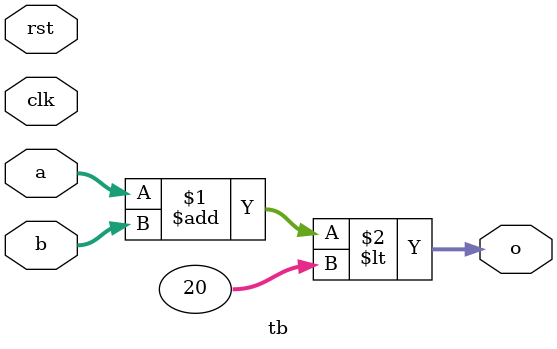
<source format=sv>

`define WDEF(x) (``x``)-1:0

module tb (
    input clk,
    input rst,
    input[`WDEF(4)] a,
    input[`WDEF(4)] b,
    output[`WDEF(6)] o
);


assign o = a+b < 20;




endmodule





</source>
